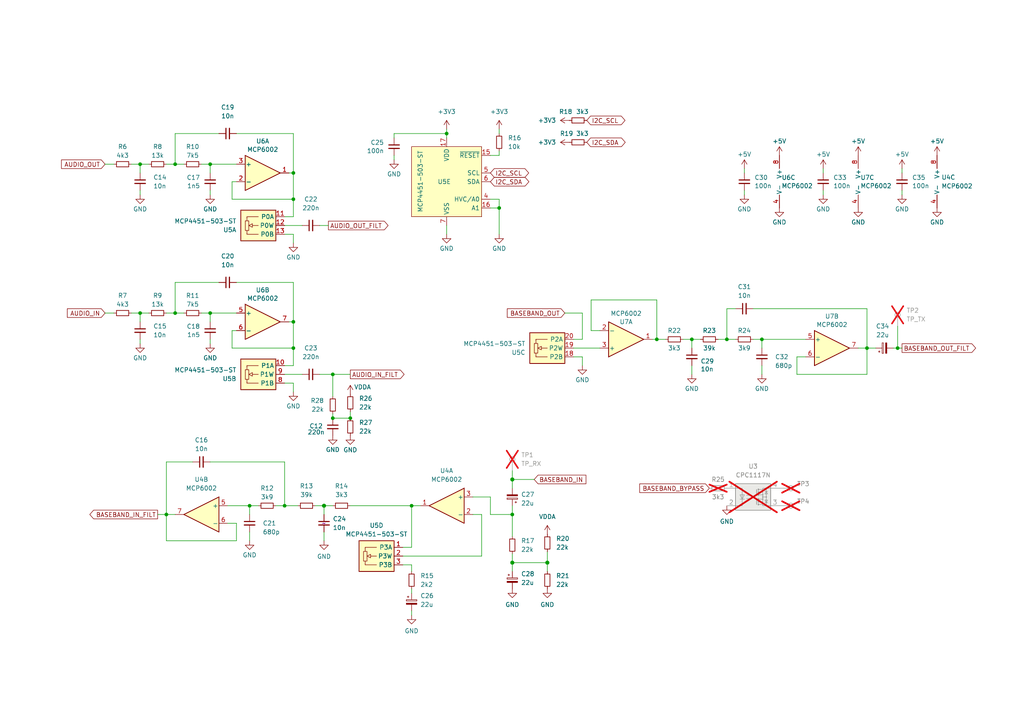
<source format=kicad_sch>
(kicad_sch (version 20231120) (generator "eeschema") (generator_version "8.0")
  (paper "A4")
  (title_block (title "Micro17 - OpenRTX on a Module for ICOM radios") (date "06.03.2024") (rev "A") (company "Wojciech SP5WWP, Mano ON6RF, Mutlu TA1MD et al.") (comment 1 "M17 Project, OpenRTX"))
  (lib_symbols
    (symbol "Amplifier_Operational:MCP6002-xMC" (pin_names (offset 0.127))
      (property "Reference" "U" (at 0 5.08 0))
      (property "Value" "MCP6002-xMC" (at 0 -5.08 0))
      (symbol "MCP6002-xMC_1_1"
        (pin output line (at 7.62 0 180) (length 2.54) (name "~") (number "1"))
        (pin input line (at -7.62 -2.54 0) (length 2.54) (name "-") (number "2"))
        (pin input line (at -7.62 2.54 0) (length 2.54) (name "+") (number "3"))
      )
      (symbol "MCP6002-xMC_2_1"
        (pin input line (at -7.62 2.54 0) (length 2.54) (name "+") (number "5"))
        (pin input line (at -7.62 -2.54 0) (length 2.54) (name "-") (number "6"))
        (pin output line (at 7.62 0 180) (length 2.54) (name "~") (number "7"))
      )
      (symbol "MCP6002-xMC_3_1"
        (pin power_in line (at -2.54 -7.62 90) (length 3.81) (name "V-") (number "4"))
        (pin power_in line (at -2.54 7.62 270) (length 3.81) (name "V+") (number "8"))
        (pin passive line (at -2.54 -7.62 90) (length 3.81) hide (name "V-") (number "9"))
      )
    )
    (symbol "Connector:TestPoint" (pin_numbers hide) (pin_names (offset 0.762) hide)
      (property "Reference" "TP" (at 0 6.858 0))
      (property "Value" "TestPoint" (at 0 5.08 0))
      (symbol "TestPoint_1_1"
        (pin passive line (at 0 0 90) (length 2.54) (name "1") (number "1"))
      )
    )
    (symbol "Device:C_Polarized_Small" (pin_numbers hide) (pin_names (offset 0.254) hide)
      (property "Reference" "C" (at 0.254 1.778 0))
      (property "Value" "C_Polarized_Small" (at 0.254 -2.032 0))
      (symbol "C_Polarized_Small_1_1"
        (pin passive line (at 0 2.54 270) (length 1.8542) (name "~") (number "1"))
        (pin passive line (at 0 -2.54 90) (length 1.8542) (name "~") (number "2"))
      )
    )
    (symbol "Device:C_Small" (pin_numbers hide) (pin_names (offset 0.254) hide)
      (property "Reference" "C" (at 0.254 1.778 0))
      (property "Value" "C_Small" (at 0.254 -2.032 0))
      (symbol "C_Small_1_1"
        (pin passive line (at 0 2.54 270) (length 2.032) (name "~") (number "1"))
        (pin passive line (at 0 -2.54 90) (length 2.032) (name "~") (number "2"))
      )
    )
    (symbol "Device:R_Small" (pin_numbers hide) (pin_names (offset 0.254) hide)
      (property "Reference" "R" (at 0.762 0.508 0))
      (property "Value" "R_Small" (at 0.762 -1.016 0))
      (symbol "R_Small_1_1"
        (pin passive line (at 0 2.54 270) (length 0.762) (name "~") (number "1"))
        (pin passive line (at 0 -2.54 90) (length 0.762) (name "~") (number "2"))
      )
    )
    (symbol "Potentiometer_Digital:MCP4451-xxxx-ST"
      (property "Reference" "U" (at -8.89 11.43 0))
      (property "Value" "MCP4451-xxxx-ST" (at 10.16 -11.43 0))
      (symbol "MCP4451-xxxx-ST_1_1"
        (pin passive line (at -7.62 -2.54 0) (length 2.54) (name "P0A") (number "11"))
        (pin passive line (at -7.62 0 0) (length 2.54) (name "P0W") (number "12"))
        (pin passive line (at -7.62 2.54 0) (length 2.54) (name "P0B") (number "13"))
      )
      (symbol "MCP4451-xxxx-ST_2_1"
        (pin passive line (at -7.62 -2.54 0) (length 2.54) (name "P1A") (number "10"))
        (pin passive line (at -7.62 2.54 0) (length 2.54) (name "P1B") (number "8"))
        (pin passive line (at -7.62 0 0) (length 2.54) (name "P1W") (number "9"))
      )
      (symbol "MCP4451-xxxx-ST_3_1"
        (pin passive line (at -7.62 2.54 0) (length 2.54) (name "P2B") (number "18"))
        (pin passive line (at -7.62 0 0) (length 2.54) (name "P2W") (number "19"))
        (pin passive line (at -7.62 -2.54 0) (length 2.54) (name "P2A") (number "20"))
      )
      (symbol "MCP4451-xxxx-ST_4_1"
        (pin passive line (at -7.62 -2.54 0) (length 2.54) (name "P3A") (number "1"))
        (pin passive line (at -7.62 0 0) (length 2.54) (name "P3W") (number "2"))
        (pin passive line (at -7.62 2.54 0) (length 2.54) (name "P3B") (number "3"))
      )
      (symbol "MCP4451-xxxx-ST_5_1"
        (pin no_connect line (at -10.16 -2.54 0) (length 2.54) hide (name "NC") (number "14"))
        (pin input line (at -12.7 7.62 0) (length 2.54) (name "~{RESET}") (number "15"))
        (pin input line (at -12.7 -7.62 0) (length 2.54) (name "A1") (number "16"))
        (pin power_in line (at 0 12.7 270) (length 2.54) (name "VDD") (number "17"))
        (pin input line (at -12.7 -5.08 0) (length 2.54) (name "HVC/A0") (number "4"))
        (pin input line (at -12.7 2.54 0) (length 2.54) (name "SCL") (number "5"))
        (pin bidirectional line (at -12.7 0 0) (length 2.54) (name "SDA") (number "6"))
        (pin power_in line (at 0 -12.7 90) (length 2.54) (name "VSS") (number "7"))
      )
    )
    (symbol "Relay_SolidState:CPC1117N"
      (property "Reference" "U" (at -5.08 5.08 0))
      (property "Value" "CPC1117N" (at 0 5.08 0))
      (symbol "CPC1117N_1_1"
        (pin passive line (at -7.62 2.54 0) (length 2.54) (name "~") (number "1"))
        (pin passive line (at -7.62 -2.54 0) (length 2.54) (name "~") (number "2"))
        (pin passive line (at 7.62 -2.54 180) (length 2.54) (name "~") (number "3"))
        (pin passive line (at 7.62 2.54 180) (length 2.54) (name "~") (number "4"))
      )
    )
    (symbol "power:+3V3" (power) (pin_names (offset 0))
      (property "Value" "+3V3" (at 0 3.556 0))
      (symbol "+3V3_1_1"
        (pin power_in line (at 0 0 90) (length 0) hide (name "+3V3") (number "1"))
      )
    )
    (symbol "power:+5V" (power) (pin_names (offset 0))
      (property "Value" "+5V" (at 0 3.556 0))
      (symbol "+5V_1_1"
        (pin power_in line (at 0 0 90) (length 0) hide (name "+5V") (number "1"))
      )
    )
    (symbol "power:GND" (power) (pin_names (offset 0))
      (property "Value" "GND" (at 0 -3.81 0))
      (symbol "GND_1_1"
        (pin power_in line (at 0 0 270) (length 0) hide (name "GND") (number "1"))
      )
    )
    (symbol "power:VDDA" (power) (pin_numbers hide) (pin_names (offset 0) hide)
      (property "Value" "VDDA" (at 0 3.556 0))
      (symbol "VDDA_1_1"
        (pin power_in line (at 0 0 90) (length 0) (name "~") (number "1"))
      )
    )
  )
  (junction (at 101.6 121.285))
  (junction (at 220.98 98.425))
  (junction (at 50.8 47.625))
  (junction (at 40.64 47.625))
  (junction (at 60.96 47.625))
  (junction (at 200.66 98.425))
  (junction (at 85.09 100.965))
  (junction (at 260.35 100.965))
  (junction (at 158.75 163.195) (diameter 1.016))
  (junction (at 85.09 57.785))
  (junction (at 96.52 108.585))
  (junction (at 60.96 90.805))
  (junction (at 251.46 100.965))
  (junction (at 129.54 38.735))
  (junction (at 85.09 93.345))
  (junction (at 144.78 60.325))
  (junction (at 96.52 121.285))
  (junction (at 210.82 98.425))
  (junction (at 148.59 163.195) (diameter 1.016))
  (junction (at 48.26 149.225))
  (junction (at 190.5 98.425))
  (junction (at 82.55 146.685))
  (junction (at 119.38 146.685))
  (junction (at 148.59 139.065) (diameter 1.016))
  (junction (at 93.98 146.685) (diameter 1.016))
  (junction (at 50.8 90.805))
  (junction (at 40.64 90.805))
  (junction (at 148.59 149.225))
  (junction (at 85.09 50.165))
  (junction (at 72.39 146.685))
  (wire (pts (xy 82.55 67.945) (xy 85.09 67.945)))
  (wire (pts (xy 68.58 38.735) (xy 85.09 38.735)))
  (wire (pts (xy 67.31 52.705) (xy 67.31 57.785)))
  (wire (pts (xy 93.98 146.685) (xy 96.52 146.685)))
  (wire (pts (xy 210.82 98.425) (xy 210.82 89.535)))
  (wire (pts (xy 85.09 111.125) (xy 85.09 113.665)))
  (wire (pts (xy 158.75 160.02) (xy 158.75 163.195)))
  (wire (pts (xy 30.48 90.805) (xy 33.02 90.805)))
  (wire (pts (xy 215.9 55.245) (xy 215.9 56.515)))
  (wire (pts (xy 144.78 43.815) (xy 144.78 45.085)))
  (wire (pts (xy 60.96 90.805) (xy 68.58 90.805)))
  (wire (pts (xy 48.26 156.845) (xy 48.26 149.225)))
  (wire (pts (xy 40.64 47.625) (xy 40.64 50.165)))
  (wire (pts (xy 139.7 161.29) (xy 116.84 161.29)))
  (wire (pts (xy 198.12 98.425) (xy 200.66 98.425)))
  (wire (pts (xy 142.24 149.225) (xy 148.59 149.225)))
  (wire (pts (xy 82.55 111.125) (xy 85.09 111.125)))
  (wire (pts (xy 200.66 106.045) (xy 200.66 108.585)))
  (wire (pts (xy 166.37 98.425) (xy 168.91 98.425)))
  (wire (pts (xy 92.71 65.405) (xy 95.25 65.405)))
  (wire (pts (xy 85.09 100.965) (xy 85.09 106.045)))
  (wire (pts (xy 82.55 133.985) (xy 82.55 146.685)))
  (wire (pts (xy 92.71 108.585) (xy 96.52 108.585)))
  (wire (pts (xy 231.14 103.505) (xy 231.14 108.585)))
  (wire (pts (xy 48.26 149.225) (xy 50.8 149.225)))
  (wire (pts (xy 60.96 47.625) (xy 60.96 50.165)))
  (wire (pts (xy 171.45 95.885) (xy 173.99 95.885)))
  (wire (pts (xy 82.55 106.045) (xy 85.09 106.045)))
  (wire (pts (xy 168.91 98.425) (xy 168.91 90.805)))
  (wire (pts (xy 119.38 170.815) (xy 119.38 172.085)))
  (wire (pts (xy 91.44 146.685) (xy 93.98 146.685)))
  (wire (pts (xy 218.44 98.425) (xy 220.98 98.425)))
  (wire (pts (xy 82.55 146.685) (xy 86.36 146.685)))
  (wire (pts (xy 85.09 38.735) (xy 85.09 50.165)))
  (wire (pts (xy 40.64 90.805) (xy 40.64 93.345)))
  (wire (pts (xy 66.04 151.765) (xy 68.58 151.765)))
  (wire (pts (xy 215.9 48.895) (xy 215.9 50.165)))
  (wire (pts (xy 60.96 47.625) (xy 68.58 47.625)))
  (wire (pts (xy 259.08 100.965) (xy 260.35 100.965)))
  (wire (pts (xy 96.52 121.285) (xy 101.6 121.285)))
  (wire (pts (xy 148.59 136.525) (xy 148.59 139.065)))
  (wire (pts (xy 238.76 55.245) (xy 238.76 56.515)))
  (wire (pts (xy 48.26 90.805) (xy 50.8 90.805)))
  (wire (pts (xy 171.45 86.995) (xy 171.45 95.885)))
  (wire (pts (xy 72.39 146.685) (xy 72.39 149.225)))
  (wire (pts (xy 93.98 154.305) (xy 93.98 156.845)))
  (wire (pts (xy 80.01 146.685) (xy 82.55 146.685)))
  (wire (pts (xy 139.7 149.225) (xy 137.16 149.225)))
  (wire (pts (xy 40.64 55.245) (xy 40.64 56.515)))
  (wire (pts (xy 82.55 108.585) (xy 87.63 108.585)))
  (wire (pts (xy 50.8 38.735) (xy 63.5 38.735)))
  (wire (pts (xy 190.5 98.425) (xy 190.5 86.995)))
  (wire (pts (xy 144.78 60.325) (xy 144.78 67.945)))
  (wire (pts (xy 67.31 57.785) (xy 85.09 57.785)))
  (wire (pts (xy 48.26 47.625) (xy 50.8 47.625)))
  (wire (pts (xy 85.09 57.785) (xy 85.09 62.865)))
  (wire (pts (xy 261.62 48.895) (xy 261.62 50.165)))
  (wire (pts (xy 48.26 133.985) (xy 55.88 133.985)))
  (wire (pts (xy 190.5 86.995) (xy 171.45 86.995)))
  (wire (pts (xy 85.09 100.965) (xy 85.09 93.345)))
  (wire (pts (xy 85.09 67.945) (xy 85.09 70.485)))
  (wire (pts (xy 68.58 81.915) (xy 85.09 81.915)))
  (wire (pts (xy 45.72 149.225) (xy 48.26 149.225)))
  (wire (pts (xy 129.54 38.735) (xy 129.54 40.005)))
  (wire (pts (xy 220.98 106.045) (xy 220.98 108.585)))
  (wire (pts (xy 190.5 98.425) (xy 189.23 98.425)))
  (wire (pts (xy 142.24 45.085) (xy 144.78 45.085)))
  (wire (pts (xy 142.24 144.145) (xy 142.24 149.225)))
  (wire (pts (xy 137.16 144.145) (xy 142.24 144.145)))
  (wire (pts (xy 60.96 133.985) (xy 82.55 133.985)))
  (wire (pts (xy 148.59 141.605) (xy 148.59 139.065)))
  (wire (pts (xy 50.8 90.805) (xy 53.34 90.805)))
  (wire (pts (xy 168.91 103.505) (xy 168.91 106.045)))
  (wire (pts (xy 67.31 100.965) (xy 85.09 100.965)))
  (wire (pts (xy 93.98 146.685) (xy 93.98 149.225)))
  (wire (pts (xy 85.09 93.345) (xy 83.82 93.345)))
  (wire (pts (xy 66.04 146.685) (xy 72.39 146.685)))
  (wire (pts (xy 58.42 90.805) (xy 60.96 90.805)))
  (wire (pts (xy 166.37 100.965) (xy 173.99 100.965)))
  (wire (pts (xy 148.59 149.225) (xy 148.59 146.685)))
  (wire (pts (xy 40.64 98.425) (xy 40.64 99.695)))
  (wire (pts (xy 200.66 98.425) (xy 200.66 100.965)))
  (wire (pts (xy 220.98 98.425) (xy 233.68 98.425)))
  (wire (pts (xy 142.24 57.785) (xy 144.78 57.785)))
  (wire (pts (xy 60.96 90.805) (xy 60.96 93.345)))
  (wire (pts (xy 114.3 38.735) (xy 114.3 40.005)))
  (wire (pts (xy 231.14 108.585) (xy 251.46 108.585)))
  (wire (pts (xy 251.46 100.965) (xy 248.92 100.965)))
  (wire (pts (xy 68.58 52.705) (xy 67.31 52.705)))
  (wire (pts (xy 119.38 163.83) (xy 119.38 165.735)))
  (wire (pts (xy 50.8 81.915) (xy 63.5 81.915)))
  (wire (pts (xy 251.46 108.585) (xy 251.46 100.965)))
  (wire (pts (xy 260.35 94.615) (xy 260.35 100.965)))
  (wire (pts (xy 116.84 163.83) (xy 119.38 163.83)))
  (wire (pts (xy 96.52 108.585) (xy 96.52 114.935)))
  (wire (pts (xy 67.31 95.885) (xy 67.31 100.965)))
  (wire (pts (xy 114.3 38.735) (xy 129.54 38.735)))
  (wire (pts (xy 82.55 65.405) (xy 87.63 65.405)))
  (wire (pts (xy 96.52 120.015) (xy 96.52 121.285)))
  (wire (pts (xy 119.38 177.165) (xy 119.38 178.435)))
  (wire (pts (xy 251.46 100.965) (xy 254 100.965)))
  (wire (pts (xy 30.48 47.625) (xy 33.02 47.625)))
  (wire (pts (xy 60.96 55.245) (xy 60.96 56.515)))
  (wire (pts (xy 260.35 100.965) (xy 261.62 100.965)))
  (wire (pts (xy 82.55 62.865) (xy 85.09 62.865)))
  (wire (pts (xy 48.26 149.225) (xy 48.26 133.985)))
  (wire (pts (xy 40.64 47.625) (xy 43.18 47.625)))
  (wire (pts (xy 114.3 45.085) (xy 114.3 46.355)))
  (wire (pts (xy 139.7 149.225) (xy 139.7 161.29)))
  (wire (pts (xy 158.75 163.195) (xy 158.75 165.735)))
  (wire (pts (xy 142.24 60.325) (xy 144.78 60.325)))
  (wire (pts (xy 40.64 90.805) (xy 43.18 90.805)))
  (wire (pts (xy 50.8 47.625) (xy 53.34 47.625)))
  (wire (pts (xy 72.39 154.305) (xy 72.39 156.845)))
  (wire (pts (xy 208.28 98.425) (xy 210.82 98.425)))
  (wire (pts (xy 96.52 108.585) (xy 101.6 108.585)))
  (wire (pts (xy 148.59 149.225) (xy 148.59 155.575)))
  (wire (pts (xy 38.1 90.805) (xy 40.64 90.805)))
  (wire (pts (xy 144.78 37.465) (xy 144.78 38.735)))
  (wire (pts (xy 129.54 65.405) (xy 129.54 67.945)))
  (wire (pts (xy 144.78 57.785) (xy 144.78 60.325)))
  (wire (pts (xy 148.59 139.065) (xy 154.94 139.065)))
  (wire (pts (xy 68.58 151.765) (xy 68.58 156.845)))
  (wire (pts (xy 148.59 163.195) (xy 158.75 163.195)))
  (wire (pts (xy 72.39 146.685) (xy 74.93 146.685)))
  (wire (pts (xy 190.5 98.425) (xy 193.04 98.425)))
  (wire (pts (xy 238.76 48.895) (xy 238.76 50.165)))
  (wire (pts (xy 218.44 89.535) (xy 251.46 89.535)))
  (wire (pts (xy 58.42 47.625) (xy 60.96 47.625)))
  (wire (pts (xy 210.82 89.535) (xy 213.36 89.535)))
  (wire (pts (xy 163.83 90.805) (xy 168.91 90.805)))
  (wire (pts (xy 116.84 158.75) (xy 119.38 158.75)))
  (wire (pts (xy 85.09 50.165) (xy 83.82 50.165)))
  (wire (pts (xy 200.66 98.425) (xy 203.2 98.425)))
  (wire (pts (xy 85.09 81.915) (xy 85.09 93.345)))
  (wire (pts (xy 129.54 37.465) (xy 129.54 38.735)))
  (wire (pts (xy 166.37 103.505) (xy 168.91 103.505)))
  (wire (pts (xy 148.59 160.655) (xy 148.59 163.195)))
  (wire (pts (xy 50.8 38.735) (xy 50.8 47.625)))
  (wire (pts (xy 101.6 119.38) (xy 101.6 121.285)))
  (wire (pts (xy 101.6 146.685) (xy 119.38 146.685)))
  (wire (pts (xy 60.96 98.425) (xy 60.96 99.695)))
  (wire (pts (xy 148.59 163.195) (xy 148.59 165.735)))
  (wire (pts (xy 210.82 98.425) (xy 213.36 98.425)))
  (wire (pts (xy 68.58 95.885) (xy 67.31 95.885)))
  (wire (pts (xy 85.09 57.785) (xy 85.09 50.165)))
  (wire (pts (xy 119.38 146.685) (xy 121.92 146.685)))
  (wire (pts (xy 119.38 146.685) (xy 119.38 158.75)))
  (wire (pts (xy 261.62 55.245) (xy 261.62 56.515)))
  (wire (pts (xy 220.98 98.425) (xy 220.98 100.965)))
  (wire (pts (xy 233.68 103.505) (xy 231.14 103.505)))
  (wire (pts (xy 38.1 47.625) (xy 40.64 47.625)))
  (wire (pts (xy 251.46 89.535) (xy 251.46 100.965)))
  (wire (pts (xy 50.8 81.915) (xy 50.8 90.805)))
  (wire (pts (xy 68.58 156.845) (xy 48.26 156.845)))
  (global_label "I2C_SCL" (shape bidirectional) (at 142.24 50.165 0) (property "Intersheetrefs" "${INTERSHEET_REFS}" (effects (hide yes))))
  (global_label "BASEBAND_BYPASS" (shape input) (at 205.74 141.605 180) (property "Intersheetrefs" "${INTERSHEET_REFS}" (effects (hide yes))))
  (global_label "I2C_SDA" (shape bidirectional) (at 170.18 41.275 0) (property "Intersheetrefs" "${INTERSHEET_REFS}" (effects (hide yes))))
  (global_label "BASEBAND_IN_FILT" (shape output) (at 45.72 149.225 180) (property "Intersheetrefs" "${INTERSHEET_REFS}" (effects (hide yes))))
  (global_label "BASEBAND_IN" (shape input) (at 154.94 139.065 0) (property "Intersheetrefs" "${INTERSHEET_REFS}" (effects (hide yes))))
  (global_label "AUDIO_IN" (shape input) (at 30.48 90.805 180) (property "Intersheetrefs" "${INTERSHEET_REFS}" (effects (hide yes))))
  (global_label "AUDIO_IN_FILT" (shape output) (at 101.6 108.585 0) (property "Intersheetrefs" "${INTERSHEET_REFS}" (effects (hide yes))))
  (global_label "I2C_SCL" (shape bidirectional) (at 170.18 34.925 0) (property "Intersheetrefs" "${INTERSHEET_REFS}" (effects (hide yes))))
  (global_label "BASEBAND_OUT_FILT" (shape output) (at 261.62 100.965 0) (property "Intersheetrefs" "${INTERSHEET_REFS}" (effects (hide yes))))
  (global_label "AUDIO_OUT_FILT" (shape output) (at 95.25 65.405 0) (property "Intersheetrefs" "${INTERSHEET_REFS}" (effects (hide yes))))
  (global_label "AUDIO_OUT" (shape input) (at 30.48 47.625 180) (property "Intersheetrefs" "${INTERSHEET_REFS}" (effects (hide yes))))
  (global_label "I2C_SDA" (shape bidirectional) (at 142.24 52.705 0) (property "Intersheetrefs" "${INTERSHEET_REFS}" (effects (hide yes))))
  (global_label "BASEBAND_OUT" (shape input) (at 163.83 90.805 180) (property "Intersheetrefs" "${INTERSHEET_REFS}" (effects (hide yes))))
  (symbol (lib_id "Amplifier_Operational:MCP6002-xMC") (at 76.2 93.345 0) (unit 2)
    (property "Reference" "U6" (at 76.2 84.1207 0))
    (property "Value" "MCP6002" (at 76.2 86.5449 0))
    (property "Footprint" "Package_DFN_QFN:DFN-8-1EP_3x2mm_P0.5mm_EP1.75x1.45mm" (effects (hide yes)))
    (property "Datasheet" "http://ww1.microchip.com/downloads/en/DeviceDoc/21733j.pdf" (effects (hide yes)))
    (property "MPN" "C623660" (effects (hide yes)))
    (property "LCSC" "C623660" (effects (hide yes)))
  )
  (symbol (lib_id "Amplifier_Operational:MCP6002-xMC") (at 181.61 98.425 0) (mirror x) (unit 1)
    (property "Reference" "U7" (at 181.61 93.345 0))
    (property "Value" "MCP6002" (at 181.61 90.9208 0))
    (property "Footprint" "Package_DFN_QFN:DFN-8-1EP_3x2mm_P0.5mm_EP1.75x1.45mm" (effects (hide yes)))
    (property "Datasheet" "http://ww1.microchip.com/downloads/en/DeviceDoc/21733j.pdf" (effects (hide yes)))
    (property "MPN" "C623660" (effects (hide yes)))
    (property "LCSC" "C623660" (effects (hide yes)))
  )
  (symbol (lib_id "Device:R_Small") (at 119.38 168.275 0) (unit 1)
    (property "Reference" "R15" (at 121.92 167.005 0) (effects (justify left)))
    (property "Value" "2k2" (at 121.92 169.545 0) (effects (justify left)))
    (property "Footprint" "Resistor_SMD:R_0402_1005Metric" (effects (hide yes)))
    (property "MPN" "C102890" (effects (hide yes)))
    (property "LCSC" "C102890" (effects (hide yes)))
  )
  (symbol (lib_id "Device:C_Small") (at 261.62 52.705 0) (unit 1)
    (property "Reference" "C35" (at 264.541 51.4929 0) (effects (justify left)))
    (property "Value" "100n" (at 264.541 53.9171 0) (effects (justify left)))
    (property "Footprint" "Capacitor_SMD:C_0402_1005Metric" (effects (hide yes)))
    (property "MPN" "C56392" (effects (hide yes)))
    (property "LCSC" "C56392" (effects (hide yes)))
  )
  (symbol (lib_id "power:GND") (at 238.76 56.515 0) (unit 1)
    (property "Reference" "#PWR055" (effects (hide yes)))
    (property "Value" "GND" (at 238.76 60.6481 0))
  )
  (symbol (lib_id "Device:C_Polarized_Small") (at 119.38 174.625 0) (unit 1)
    (property "Reference" "C26" (at 121.92 172.8089 0) (effects (justify left)))
    (property "Value" "22u" (at 121.92 175.3489 0) (effects (justify left)))
    (property "Footprint" "Capacitor_Tantalum_SMD:CP_EIA-3216-18_Kemet-A" (effects (hide yes)))
    (property "MPN" "C118989" (effects (hide yes)))
    (property "LCSC" "C118989" (effects (hide yes)))
  )
  (symbol (lib_id "Amplifier_Operational:MCP6002-xMC") (at 228.6 52.705 0) (unit 3)
    (property "Reference" "U6" (at 226.695 51.4929 0) (effects (justify left)))
    (property "Value" "MCP6002" (at 226.695 53.9171 0) (effects (justify left)))
    (property "Footprint" "Package_DFN_QFN:DFN-8-1EP_3x2mm_P0.5mm_EP1.75x1.45mm" (effects (hide yes)))
    (property "Datasheet" "http://ww1.microchip.com/downloads/en/DeviceDoc/21733j.pdf" (effects (hide yes)))
    (property "MPN" "C623660" (effects (hide yes)))
    (property "LCSC" "C623660" (effects (hide yes)))
  )
  (symbol (lib_id "power:+5V") (at 215.9 48.895 0) (unit 1)
    (property "Reference" "#PWR049" (effects (hide yes)))
    (property "Value" "+5V" (at 215.9 44.7619 0))
  )
  (symbol (lib_id "Device:C_Polarized_Small") (at 148.59 144.145 180) (unit 1)
    (property "Reference" "C27" (at 151.13 143.4211 0) (effects (justify right)))
    (property "Value" "22u" (at 151.13 145.9611 0) (effects (justify right)))
    (property "Footprint" "Capacitor_Tantalum_SMD:CP_EIA-3216-18_Kemet-A" (effects (hide yes)))
    (property "MPN" "C118989" (effects (hide yes)))
    (property "LCSC" "C118989" (effects (hide yes)))
  )
  (symbol (lib_id "Device:R_Small") (at 167.64 34.925 90) (unit 1)
    (property "Reference" "R18" (at 164.084 32.385 90))
    (property "Value" "3k3" (at 168.91 32.385 90))
    (property "Footprint" "Resistor_SMD:R_0402_1005Metric" (effects (hide yes)))
    (property "MPN" "C25890" (effects (hide yes)))
    (property "LCSC" "C25890" (effects (hide yes)))
  )
  (symbol (lib_id "Device:C_Small") (at 66.04 81.915 90) (mirror x) (unit 1)
    (property "Reference" "C20" (at 66.04 74.295 90))
    (property "Value" "10n" (at 66.04 76.835 90))
    (property "Footprint" "Capacitor_SMD:C_0402_1005Metric" (effects (hide yes)))
    (property "MPN" "C60133" (effects (hide yes)))
    (property "LCSC" "C60133" (effects (hide yes)))
  )
  (symbol (lib_id "power:GND") (at 220.98 108.585 0) (unit 1)
    (property "Reference" "#PWR051" (effects (hide yes)))
    (property "Value" "GND" (at 220.98 112.7181 0))
  )
  (symbol (lib_id "Relay_SolidState:CPC1117N") (at 218.44 144.145 0) (unit 1) (in_bom no) (dnp yes)
    (property "Reference" "U3" (at 218.44 135.255 0))
    (property "Value" "CPC1117N" (at 218.44 137.795 0))
    (property "Footprint" "Package_SO:SOP-4_3.8x4.1mm_P2.54mm" (effects (hide yes)))
    (property "Datasheet" "http://www.ixysic.com/home/pdfs.nsf/www/CPC1117N.pdf/$file/CPC1117N.pdf" (effects (hide yes)))
    (property "Description" "Form B, Solid State Relay (Photo MOSFET) 60V, 0.15A, 16Ohm, SO-4" (effects (hide yes)))
  )
  (symbol (lib_id "power:+5V") (at 226.06 45.085 0) (unit 1)
    (property "Reference" "#PWR052" (effects (hide yes)))
    (property "Value" "+5V" (at 226.06 40.9519 0))
  )
  (symbol (lib_id "Device:R_Small") (at 205.74 98.425 90) (unit 1)
    (property "Reference" "R23" (at 205.74 95.885 90))
    (property "Value" "39k" (at 205.74 100.965 90))
    (property "Footprint" "Resistor_SMD:R_0402_1005Metric" (effects (hide yes)))
    (property "MPN" "C25783" (effects (hide yes)))
    (property "LCSC" "C25783" (effects (hide yes)))
  )
  (symbol (lib_id "power:+5V") (at 271.78 45.085 0) (unit 1)
    (property "Reference" "#PWR060" (effects (hide yes)))
    (property "Value" "+5V" (at 271.78 40.9519 0))
  )
  (symbol (lib_id "Device:R_Small") (at 35.56 47.625 90) (unit 1)
    (property "Reference" "R6" (at 35.56 42.545 90))
    (property "Value" "4k3" (at 35.56 45.085 90))
    (property "Footprint" "Resistor_SMD:R_0402_1005Metric" (effects (hide yes)))
    (property "MPN" "C25899" (effects (hide yes)))
    (property "LCSC" "C25899" (effects (hide yes)))
  )
  (symbol (lib_id "power:GND") (at 226.06 60.325 0) (unit 1)
    (property "Reference" "#PWR053" (effects (hide yes)))
    (property "Value" "GND" (at 226.06 64.4581 0))
  )
  (symbol (lib_id "Amplifier_Operational:MCP6002-xMC") (at 251.46 52.705 0) (unit 3)
    (property "Reference" "U7" (at 249.555 51.4929 0) (effects (justify left)))
    (property "Value" "MCP6002" (at 249.555 53.9171 0) (effects (justify left)))
    (property "Footprint" "Package_DFN_QFN:DFN-8-1EP_3x2mm_P0.5mm_EP1.75x1.45mm" (effects (hide yes)))
    (property "Datasheet" "http://ww1.microchip.com/downloads/en/DeviceDoc/21733j.pdf" (effects (hide yes)))
    (property "MPN" "C623660" (effects (hide yes)))
    (property "LCSC" "C623660" (effects (hide yes)))
  )
  (symbol (lib_id "power:+5V") (at 238.76 48.895 0) (unit 1)
    (property "Reference" "#PWR054" (effects (hide yes)))
    (property "Value" "+5V" (at 238.76 44.7619 0))
  )
  (symbol (lib_id "Potentiometer_Digital:MCP4451-xxxx-ST") (at 158.75 100.965 180) (unit 3)
    (property "Reference" "U5" (at 152.4 102.235 0) (effects (justify left)))
    (property "Value" "MCP4451-503-ST" (at 152.4 99.695 0) (effects (justify left)))
    (property "Footprint" "Package_SO:TSSOP-20_4.4x6.5mm_P0.65mm" (effects (hide yes)))
    (property "Datasheet" "https://ww1.microchip.com/downloads/en/DeviceDoc/22267A_MCP4431.pdf" (effects (hide yes)))
    (property "LCSC" "C627257" (effects (hide yes)))
    (property "MPN" "C627257" (effects (hide yes)))
  )
  (symbol (lib_id "Device:C_Small") (at 60.96 95.885 0) (mirror y) (unit 1)
    (property "Reference" "C18" (at 58.039 94.6729 0) (effects (justify left)))
    (property "Value" "1n5" (at 58.039 97.0971 0) (effects (justify left)))
    (property "Footprint" "Capacitor_SMD:C_0402_1005Metric" (effects (hide yes)))
    (property "MPN" "C284989" (effects (hide yes)))
    (property "LCSC" "C284989" (effects (hide yes)))
  )
  (symbol (lib_id "Amplifier_Operational:MCP6002-xMC") (at 76.2 50.165 0) (unit 1)
    (property "Reference" "U6" (at 76.2 40.9407 0))
    (property "Value" "MCP6002" (at 76.2 43.3649 0))
    (property "Footprint" "Package_DFN_QFN:DFN-8-1EP_3x2mm_P0.5mm_EP1.75x1.45mm" (effects (hide yes)))
    (property "Datasheet" "http://ww1.microchip.com/downloads/en/DeviceDoc/21733j.pdf" (effects (hide yes)))
    (property "MPN" "C623660" (effects (hide yes)))
    (property "LCSC" "C623660" (effects (hide yes)))
  )
  (symbol (lib_id "power:+3V3") (at 165.1 34.925 90) (unit 1)
    (property "Reference" "#PWR044" (effects (hide yes)))
    (property "Value" "+3V3" (at 161.29 34.9249 90) (effects (justify left)))
  )
  (symbol (lib_id "power:GND") (at 158.75 170.815 0) (unit 1)
    (property "Reference" "#PWR046" (effects (hide yes)))
    (property "Value" "GND" (at 158.75 175.3776 0))
  )
  (symbol (lib_id "power:GND") (at 148.59 170.815 0) (unit 1)
    (property "Reference" "#PWR043" (effects (hide yes)))
    (property "Value" "GND" (at 148.59 175.3776 0))
  )
  (symbol (lib_id "power:GND") (at 129.54 67.945 0) (unit 1)
    (property "Reference" "#PWR040" (effects (hide yes)))
    (property "Value" "GND" (at 129.54 72.0781 0))
  )
  (symbol (lib_id "Device:C_Small") (at 90.17 108.585 90) (unit 1)
    (property "Reference" "C23" (at 90.17 100.965 90))
    (property "Value" "220n" (at 90.17 103.505 90))
    (property "Footprint" "Capacitor_SMD:C_0402_1005Metric" (effects (hide yes)))
    (property "MPN" "C192432" (effects (hide yes)))
    (property "LCSC" "C192432" (effects (hide yes)))
  )
  (symbol (lib_id "Device:C_Polarized_Small") (at 256.54 100.965 90) (unit 1)
    (property "Reference" "C34" (at 255.9939 94.615 90))
    (property "Value" "22u" (at 255.9939 97.155 90))
    (property "Footprint" "Capacitor_Tantalum_SMD:CP_EIA-3216-18_Kemet-A" (effects (hide yes)))
    (property "LCSC" "C118989" (effects (hide yes)))
    (property "MPN" "C118989" (effects (hide yes)))
  )
  (symbol (lib_id "power:+5V") (at 261.62 48.895 0) (unit 1)
    (property "Reference" "#PWR058" (effects (hide yes)))
    (property "Value" "+5V" (at 261.62 44.7619 0))
  )
  (symbol (lib_id "Device:R_Small") (at 195.58 98.425 90) (unit 1)
    (property "Reference" "R22" (at 195.58 95.885 90))
    (property "Value" "3k3" (at 195.58 100.965 90))
    (property "Footprint" "Resistor_SMD:R_0402_1005Metric" (effects (hide yes)))
    (property "MPN" "C25890" (effects (hide yes)))
    (property "LCSC" "C25890" (effects (hide yes)))
  )
  (symbol (lib_id "power:+3V3") (at 165.1 41.275 90) (unit 1)
    (property "Reference" "#PWR062" (effects (hide yes)))
    (property "Value" "+3V3" (at 161.29 41.2749 90) (effects (justify left)))
  )
  (symbol (lib_id "power:+5V") (at 248.92 45.085 0) (unit 1)
    (property "Reference" "#PWR056" (effects (hide yes)))
    (property "Value" "+5V" (at 248.92 40.9519 0))
  )
  (symbol (lib_id "Device:R_Small") (at 167.64 41.275 90) (unit 1)
    (property "Reference" "R19" (at 164.338 38.735 90))
    (property "Value" "3k3" (at 168.91 38.735 90))
    (property "Footprint" "Resistor_SMD:R_0402_1005Metric" (effects (hide yes)))
    (property "MPN" "C25890" (effects (hide yes)))
    (property "LCSC" "C25890" (effects (hide yes)))
  )
  (symbol (lib_id "Connector:TestPoint") (at 260.35 94.615 0) (unit 1) (in_bom no) (dnp yes)
    (property "Reference" "TP2" (at 262.89 90.043 0) (effects (justify left)))
    (property "Value" "TP_TX" (at 262.89 92.583 0) (effects (justify left)))
    (property "Footprint" "TestPoint:TestPoint_Pad_D1.0mm" (effects (hide yes)))
  )
  (symbol (lib_id "Device:C_Small") (at 220.98 103.505 0) (unit 1)
    (property "Reference" "C32" (at 224.79 103.505 0) (effects (justify left)))
    (property "Value" "680p" (at 224.79 106.045 0) (effects (justify left)))
    (property "Footprint" "Capacitor_SMD:C_0402_1005Metric" (effects (hide yes)))
    (property "MPN" "C1541" (effects (hide yes)))
    (property "LCSC" "C1541" (effects (hide yes)))
  )
  (symbol (lib_id "power:GND") (at 60.96 56.515 0) (unit 1)
    (property "Reference" "#PWR031" (effects (hide yes)))
    (property "Value" "GND" (at 60.96 60.6481 0))
  )
  (symbol (lib_id "Device:C_Small") (at 238.76 52.705 0) (unit 1)
    (property "Reference" "C33" (at 241.681 51.4929 0) (effects (justify left)))
    (property "Value" "100n" (at 241.681 53.9171 0) (effects (justify left)))
    (property "Footprint" "Capacitor_SMD:C_0402_1005Metric" (effects (hide yes)))
    (property "MPN" "C56392" (effects (hide yes)))
    (property "LCSC" "C56392" (effects (hide yes)))
  )
  (symbol (lib_id "Potentiometer_Digital:MCP4451-xxxx-ST") (at 129.54 52.705 0) (mirror y) (unit 5)
    (property "Reference" "U5" (at 130.81 52.705 0) (effects (justify left)))
    (property "Value" "MCP4451-503-ST" (at 121.92 61.595 90) (effects (justify left)))
    (property "Footprint" "Package_SO:TSSOP-20_4.4x6.5mm_P0.65mm" (effects (hide yes)))
    (property "Datasheet" "https://ww1.microchip.com/downloads/en/DeviceDoc/22267A_MCP4431.pdf" (effects (hide yes)))
    (property "LCSC" "C627257" (effects (hide yes)))
    (property "MPN" "C627257" (effects (hide yes)))
  )
  (symbol (lib_id "Amplifier_Operational:MCP6002-xMC") (at 58.42 149.225 0) (mirror y) (unit 2)
    (property "Reference" "U4" (at 58.42 139.065 0))
    (property "Value" "MCP6002" (at 58.42 141.605 0))
    (property "Footprint" "Package_DFN_QFN:DFN-8-1EP_3x2mm_P0.5mm_EP1.75x1.45mm" (effects (hide yes)))
    (property "Datasheet" "http://ww1.microchip.com/downloads/en/DeviceDoc/21733j.pdf" (effects (hide yes)))
    (property "LCSC" "C623660" (effects (hide yes)))
    (property "MPN" "C623660" (effects (hide yes)))
  )
  (symbol (lib_id "Device:C_Small") (at 60.96 52.705 0) (mirror y) (unit 1)
    (property "Reference" "C17" (at 58.039 51.4929 0) (effects (justify left)))
    (property "Value" "1n5" (at 58.039 53.9171 0) (effects (justify left)))
    (property "Footprint" "Capacitor_SMD:C_0402_1005Metric" (effects (hide yes)))
    (property "MPN" "C284989" (effects (hide yes)))
    (property "LCSC" "C284989" (effects (hide yes)))
  )
  (symbol (lib_id "power:GND") (at 72.39 156.845 0) (unit 1)
    (property "Reference" "#PWR033" (effects (hide yes)))
    (property "Value" "GND" (at 72.39 160.9781 0))
  )
  (symbol (lib_id "Device:C_Small") (at 114.3 42.545 0) (mirror y) (unit 1)
    (property "Reference" "C25" (at 111.379 41.3329 0) (effects (justify left)))
    (property "Value" "100n" (at 111.379 43.7571 0) (effects (justify left)))
    (property "Footprint" "Capacitor_SMD:C_0402_1005Metric" (effects (hide yes)))
    (property "MPN" "C56392" (effects (hide yes)))
    (property "LCSC" "C56392" (effects (hide yes)))
  )
  (symbol (lib_id "Device:R_Small") (at 99.06 146.685 90) (unit 1)
    (property "Reference" "R14" (at 99.06 140.97 90))
    (property "Value" "3k3" (at 99.06 143.51 90))
    (property "Footprint" "Resistor_SMD:R_0402_1005Metric" (effects (hide yes)))
    (property "MPN" "C25890" (effects (hide yes)))
    (property "LCSC" "C25890" (effects (hide yes)))
  )
  (symbol (lib_id "Connector:TestPoint") (at 226.06 141.605 270) (unit 1) (in_bom no) (dnp yes)
    (property "Reference" "TP3" (at 231.14 140.3349 90) (effects (justify left)))
    (property "Value" "GP" (effects (hide yes)))
    (property "Footprint" "TestPoint:TestPoint_Pad_D1.0mm" (effects (hide yes)))
  )
  (symbol (lib_id "power:GND") (at 215.9 56.515 0) (unit 1)
    (property "Reference" "#PWR050" (effects (hide yes)))
    (property "Value" "GND" (at 215.9 60.6481 0))
  )
  (symbol (lib_id "Device:R_Small") (at 45.72 47.625 90) (unit 1)
    (property "Reference" "R8" (at 45.72 42.545 90))
    (property "Value" "13k" (at 45.72 45.085 90))
    (property "Footprint" "Resistor_SMD:R_0402_1005Metric" (effects (hide yes)))
    (property "MPN" "C25754" (effects (hide yes)))
    (property "LCSC" "C25754" (effects (hide yes)))
  )
  (symbol (lib_id "Device:R_Small") (at 101.6 116.84 0) (unit 1)
    (property "Reference" "R26" (at 104.14 115.57 0) (effects (justify left)))
    (property "Value" "22k" (at 104.14 118.11 0) (effects (justify left)))
    (property "Footprint" "Resistor_SMD:R_0402_1005Metric" (effects (hide yes)))
    (property "MPN" "C2909337" (effects (hide yes)))
    (property "LCSC" "C2909337" (effects (hide yes)))
  )
  (symbol (lib_id "Connector:TestPoint") (at 148.59 136.525 0) (unit 1) (in_bom no) (dnp yes)
    (property "Reference" "TP1" (at 151.13 131.953 0) (effects (justify left)))
    (property "Value" "TP_RX" (at 151.13 134.493 0) (effects (justify left)))
    (property "Footprint" "TestPoint:TestPoint_Pad_D1.0mm" (effects (hide yes)))
  )
  (symbol (lib_id "Connector:TestPoint") (at 226.06 146.685 270) (unit 1) (in_bom no) (dnp yes)
    (property "Reference" "TP4" (at 231.14 145.4149 90) (effects (justify left)))
    (property "Value" "GP" (effects (hide yes)))
    (property "Footprint" "TestPoint:TestPoint_Pad_D1.0mm" (effects (hide yes)))
  )
  (symbol (lib_id "Device:C_Small") (at 93.98 151.765 0) (unit 1)
    (property "Reference" "C24" (at 96.52 150.5013 0) (effects (justify left)))
    (property "Value" "10n" (at 96.52 153.0413 0) (effects (justify left)))
    (property "Footprint" "Capacitor_SMD:C_0402_1005Metric" (effects (hide yes)))
    (property "Datasheet" "~" (at 93.98 151.765 0) (effects (font (size 1.524 1.524))))
    (property "MPN" "C60133" (effects (hide yes)))
    (property "LCSC" "C60133" (effects (hide yes)))
  )
  (symbol (lib_id "power:GND") (at 85.09 70.485 0) (unit 1)
    (property "Reference" "#PWR034" (effects (hide yes)))
    (property "Value" "GND" (at 85.09 74.6181 0))
  )
  (symbol (lib_id "power:GND") (at 248.92 60.325 0) (unit 1)
    (property "Reference" "#PWR057" (effects (hide yes)))
    (property "Value" "GND" (at 248.92 64.4581 0))
  )
  (symbol (lib_id "Device:R_Small") (at 144.78 41.275 0) (unit 1)
    (property "Reference" "R16" (at 147.32 40.005 0) (effects (justify left)))
    (property "Value" "10k" (at 147.32 42.545 0) (effects (justify left)))
    (property "Footprint" "Resistor_SMD:R_0402_1005Metric" (effects (hide yes)))
    (property "LCSC" "C102749" (effects (hide yes)))
    (property "MPN" "C102749" (effects (hide yes)))
  )
  (symbol (lib_id "power:GND") (at 261.62 56.515 0) (unit 1)
    (property "Reference" "#PWR059" (effects (hide yes)))
    (property "Value" "GND" (at 261.62 60.6481 0))
  )
  (symbol (lib_id "Device:R_Small") (at 101.6 123.825 0) (unit 1)
    (property "Reference" "R27" (at 104.14 122.555 0) (effects (justify left)))
    (property "Value" "22k" (at 104.14 125.095 0) (effects (justify left)))
    (property "Footprint" "Resistor_SMD:R_0402_1005Metric" (effects (hide yes)))
    (property "MPN" "C2909337" (effects (hide yes)))
    (property "LCSC" "C2909337" (effects (hide yes)))
  )
  (symbol (lib_id "Device:C_Small") (at 58.42 133.985 90) (unit 1)
    (property "Reference" "C16" (at 58.4263 127.635 90))
    (property "Value" "10n" (at 58.4263 130.175 90))
    (property "Footprint" "Capacitor_SMD:C_0402_1005Metric" (effects (hide yes)))
    (property "LCSC" "C60133" (effects (hide yes)))
    (property "MPN" "C60133" (effects (hide yes)))
  )
  (symbol (lib_id "Amplifier_Operational:MCP6002-xMC") (at 274.32 52.705 0) (unit 3)
    (property "Reference" "U4" (at 273.05 51.435 0) (effects (justify left)))
    (property "Value" "MCP6002" (at 273.05 53.975 0) (effects (justify left)))
    (property "Footprint" "Package_DFN_QFN:DFN-8-1EP_3x2mm_P0.5mm_EP1.75x1.45mm" (effects (hide yes)))
    (property "Datasheet" "http://ww1.microchip.com/downloads/en/DeviceDoc/21733j.pdf" (effects (hide yes)))
    (property "LCSC" "C623660" (effects (hide yes)))
    (property "MPN" "C623660" (effects (hide yes)))
  )
  (symbol (lib_id "power:VDDA") (at 158.75 154.94 0) (unit 1)
    (property "Reference" "#PWR082" (effects (hide yes)))
    (property "Value" "VDDA" (at 158.75 149.86 0))
    (property "Description" "Power symbol creates a global label with name \"VDDA\"" (effects (hide yes)))
  )
  (symbol (lib_id "power:+3V3") (at 129.54 37.465 0) (unit 1)
    (property "Reference" "#PWR039" (effects (hide yes)))
    (property "Value" "+3V3" (at 129.54 32.385 0))
  )
  (symbol (lib_id "power:GND") (at 114.3 46.355 0) (unit 1)
    (property "Reference" "#PWR037" (effects (hide yes)))
    (property "Value" "GND" (at 114.3 50.4881 0))
  )
  (symbol (lib_id "Potentiometer_Digital:MCP4451-xxxx-ST") (at 109.22 161.29 180) (unit 4)
    (property "Reference" "U5" (at 109.22 152.4 0))
    (property "Value" "MCP4451-503-ST" (at 109.22 154.94 0))
    (property "Footprint" "Package_SO:TSSOP-20_4.4x6.5mm_P0.65mm" (effects (hide yes)))
    (property "Datasheet" "https://ww1.microchip.com/downloads/en/DeviceDoc/22267A_MCP4431.pdf" (effects (hide yes)))
    (property "LCSC" "C627257" (effects (hide yes)))
    (property "MPN" "C627257" (effects (hide yes)))
  )
  (symbol (lib_id "power:GND") (at 200.66 108.585 0) (unit 1)
    (property "Reference" "#PWR048" (effects (hide yes)))
    (property "Value" "GND" (at 200.66 112.7181 0))
  )
  (symbol (lib_id "power:GND") (at 40.64 56.515 0) (unit 1)
    (property "Reference" "#PWR029" (effects (hide yes)))
    (property "Value" "GND" (at 40.64 60.6481 0))
  )
  (symbol (lib_id "Amplifier_Operational:MCP6002-xMC") (at 129.54 146.685 0) (mirror y) (unit 1)
    (property "Reference" "U4" (at 129.54 136.525 0))
    (property "Value" "MCP6002" (at 129.54 139.065 0))
    (property "Footprint" "Package_DFN_QFN:DFN-8-1EP_3x2mm_P0.5mm_EP1.75x1.45mm" (effects (hide yes)))
    (property "Datasheet" "http://ww1.microchip.com/downloads/en/DeviceDoc/21733j.pdf" (effects (hide yes)))
    (property "LCSC" "C623660" (effects (hide yes)))
    (property "MPN" "C623660" (effects (hide yes)))
  )
  (symbol (lib_id "Device:R_Small") (at 158.75 157.48 0) (unit 1)
    (property "Reference" "R20" (at 161.29 156.21 0) (effects (justify left)))
    (property "Value" "22k" (at 161.29 158.75 0) (effects (justify left)))
    (property "Footprint" "Resistor_SMD:R_0402_1005Metric" (effects (hide yes)))
    (property "MPN" "C2909337" (effects (hide yes)))
    (property "LCSC" "C2909337" (effects (hide yes)))
  )
  (symbol (lib_id "power:GND") (at 210.82 146.685 0) (unit 1)
    (property "Reference" "#PWR024" (effects (hide yes)))
    (property "Value" "GND" (at 210.82 151.2476 0))
  )
  (symbol (lib_id "Amplifier_Operational:MCP6002-xMC") (at 241.3 100.965 0) (unit 2)
    (property "Reference" "U7" (at 241.3 91.7407 0))
    (property "Value" "MCP6002" (at 241.3 94.1649 0))
    (property "Footprint" "Package_DFN_QFN:DFN-8-1EP_3x2mm_P0.5mm_EP1.75x1.45mm" (effects (hide yes)))
    (property "Datasheet" "http://ww1.microchip.com/downloads/en/DeviceDoc/21733j.pdf" (effects (hide yes)))
    (property "MPN" "C623660" (effects (hide yes)))
    (property "LCSC" "C623660" (effects (hide yes)))
  )
  (symbol (lib_id "Device:C_Small") (at 90.17 65.405 90) (unit 1)
    (property "Reference" "C22" (at 90.17 57.785 90))
    (property "Value" "220n" (at 90.17 60.325 90))
    (property "Footprint" "Capacitor_SMD:C_0402_1005Metric" (effects (hide yes)))
    (property "MPN" "C192432" (effects (hide yes)))
    (property "LCSC" "C192432" (effects (hide yes)))
  )
  (symbol (lib_id "Device:R_Small") (at 55.88 47.625 90) (unit 1)
    (property "Reference" "R10" (at 55.88 42.545 90))
    (property "Value" "7k5" (at 55.88 45.085 90))
    (property "Footprint" "Resistor_SMD:R_0402_1005Metric" (effects (hide yes)))
    (property "MPN" "C2960875" (effects (hide yes)))
    (property "LCSC" "C2960875" (effects (hide yes)))
  )
  (symbol (lib_id "power:GND") (at 40.64 99.695 0) (unit 1)
    (property "Reference" "#PWR030" (effects (hide yes)))
    (property "Value" "GND" (at 40.64 103.8281 0))
  )
  (symbol (lib_id "Potentiometer_Digital:MCP4451-xxxx-ST") (at 74.93 65.405 180) (unit 1)
    (property "Reference" "U5" (at 68.58 66.675 0) (effects (justify left)))
    (property "Value" "MCP4451-503-ST" (at 68.58 64.135 0) (effects (justify left)))
    (property "Footprint" "Package_SO:TSSOP-20_4.4x6.5mm_P0.65mm" (effects (hide yes)))
    (property "Datasheet" "https://ww1.microchip.com/downloads/en/DeviceDoc/22267A_MCP4431.pdf" (effects (hide yes)))
    (property "LCSC" "C627257" (effects (hide yes)))
    (property "MPN" "C627257" (effects (hide yes)))
  )
  (symbol (lib_id "power:GND") (at 119.38 178.435 0) (unit 1)
    (property "Reference" "#PWR038" (effects (hide yes)))
    (property "Value" "GND" (at 119.38 182.9976 0))
  )
  (symbol (lib_id "Device:R_Small") (at 77.47 146.685 90) (unit 1)
    (property "Reference" "R12" (at 77.47 141.605 90))
    (property "Value" "3k9" (at 77.47 144.145 90))
    (property "Footprint" "Resistor_SMD:R_0402_1005Metric" (effects (hide yes)))
    (property "LCSC" "C3015806" (effects (hide yes)))
    (property "MPN" "C3015806" (effects (hide yes)))
  )
  (symbol (lib_id "Device:R_Small") (at 215.9 98.425 90) (unit 1)
    (property "Reference" "R24" (at 215.9 95.885 90))
    (property "Value" "3k9" (at 215.9 100.965 90))
    (property "Footprint" "Resistor_SMD:R_0603_1608Metric" (effects (hide yes)))
    (property "MPN" "C23018" (effects (hide yes)))
    (property "LCSC" "C23018" (effects (hide yes)))
  )
  (symbol (lib_id "Device:R_Small") (at 148.59 158.115 0) (unit 1)
    (property "Reference" "R17" (at 151.13 156.845 0) (effects (justify left)))
    (property "Value" "22k" (at 151.13 159.385 0) (effects (justify left)))
    (property "Footprint" "Resistor_SMD:R_0402_1005Metric" (effects (hide yes)))
    (property "MPN" "C2909337" (effects (hide yes)))
    (property "LCSC" "C2909337" (effects (hide yes)))
  )
  (symbol (lib_id "Device:C_Small") (at 200.66 103.505 0) (unit 1)
    (property "Reference" "C29" (at 203.2 104.775 0) (effects (justify left)))
    (property "Value" "10n" (at 203.2 107.061 0) (effects (justify left)))
    (property "Footprint" "Capacitor_SMD:C_0402_1005Metric" (effects (hide yes)))
    (property "MPN" "C60133" (effects (hide yes)))
    (property "LCSC" "C60133" (effects (hide yes)))
  )
  (symbol (lib_id "Device:R_Small") (at 88.9 146.685 90) (unit 1)
    (property "Reference" "R13" (at 88.9 140.97 90))
    (property "Value" "39k" (at 88.9 143.51 90))
    (property "Footprint" "Resistor_SMD:R_0402_1005Metric" (effects (hide yes)))
    (property "MPN" "C25783" (effects (hide yes)))
    (property "LCSC" "C25783" (effects (hide yes)))
  )
  (symbol (lib_id "power:GND") (at 144.78 67.945 0) (unit 1)
    (property "Reference" "#PWR042" (effects (hide yes)))
    (property "Value" "GND" (at 144.78 72.0781 0))
  )
  (symbol (lib_id "Device:R_Small") (at 55.88 90.805 90) (unit 1)
    (property "Reference" "R11" (at 55.88 85.725 90))
    (property "Value" "7k5" (at 55.88 88.265 90))
    (property "Footprint" "Resistor_SMD:R_0402_1005Metric" (effects (hide yes)))
    (property "MPN" "C2960875" (effects (hide yes)))
    (property "LCSC" "C2960875" (effects (hide yes)))
  )
  (symbol (lib_id "Device:C_Polarized_Small") (at 148.59 168.275 0) (unit 1)
    (property "Reference" "C28" (at 151.13 166.4589 0) (effects (justify left)))
    (property "Value" "22u" (at 151.13 168.9989 0) (effects (justify left)))
    (property "Footprint" "Capacitor_Tantalum_SMD:CP_EIA-3216-18_Kemet-A" (effects (hide yes)))
    (property "MPN" "C118989" (effects (hide yes)))
    (property "LCSC" "C118989" (effects (hide yes)))
  )
  (symbol (lib_id "Device:R_Small") (at 96.52 117.475 0) (mirror y) (unit 1)
    (property "Reference" "R28" (at 93.98 116.205 0) (effects (justify left)))
    (property "Value" "22k" (at 93.98 118.745 0) (effects (justify left)))
    (property "Footprint" "Resistor_SMD:R_0402_1005Metric" (effects (hide yes)))
    (property "MPN" "C2909337" (effects (hide yes)))
    (property "LCSC" "C2909337" (effects (hide yes)))
  )
  (symbol (lib_id "Device:C_Small") (at 72.39 151.765 0) (unit 1)
    (property "Reference" "C21" (at 76.2 151.765 0) (effects (justify left)))
    (property "Value" "680p" (at 76.2 154.305 0) (effects (justify left)))
    (property "Footprint" "Capacitor_SMD:C_0402_1005Metric" (effects (hide yes)))
    (property "MPN" "C1541" (effects (hide yes)))
    (property "LCSC" "C1541" (effects (hide yes)))
  )
  (symbol (lib_id "power:GND") (at 85.09 113.665 0) (unit 1)
    (property "Reference" "#PWR035" (effects (hide yes)))
    (property "Value" "GND" (at 85.09 117.7981 0))
  )
  (symbol (lib_id "Device:R_Small") (at 158.75 168.275 0) (unit 1)
    (property "Reference" "R21" (at 161.29 167.005 0) (effects (justify left)))
    (property "Value" "22k" (at 161.29 169.545 0) (effects (justify left)))
    (property "Footprint" "Resistor_SMD:R_0402_1005Metric" (effects (hide yes)))
    (property "MPN" "C2909337" (effects (hide yes)))
    (property "LCSC" "C2909337" (effects (hide yes)))
  )
  (symbol (lib_id "Device:R_Small") (at 45.72 90.805 90) (unit 1)
    (property "Reference" "R9" (at 45.72 85.725 90))
    (property "Value" "13k" (at 45.72 88.265 90))
    (property "Footprint" "Resistor_SMD:R_0402_1005Metric" (effects (hide yes)))
    (property "MPN" "C25754" (effects (hide yes)))
    (property "LCSC" "C25754" (effects (hide yes)))
  )
  (symbol (lib_id "Device:C_Small") (at 215.9 89.535 90) (unit 1)
    (property "Reference" "C31" (at 215.9063 83.185 90))
    (property "Value" "10n" (at 215.9063 85.725 90))
    (property "Footprint" "Capacitor_SMD:C_0402_1005Metric" (effects (hide yes)))
    (property "LCSC" "C60133" (effects (hide yes)))
    (property "MPN" "C60133" (effects (hide yes)))
  )
  (symbol (lib_id "Potentiometer_Digital:MCP4451-xxxx-ST") (at 74.93 108.585 180) (unit 2)
    (property "Reference" "U5" (at 68.58 109.855 0) (effects (justify left)))
    (property "Value" "MCP4451-503-ST" (at 68.58 107.315 0) (effects (justify left)))
    (property "Footprint" "Package_SO:TSSOP-20_4.4x6.5mm_P0.65mm" (effects (hide yes)))
    (property "Datasheet" "https://ww1.microchip.com/downloads/en/DeviceDoc/22267A_MCP4431.pdf" (effects (hide yes)))
    (property "LCSC" "C627257" (effects (hide yes)))
    (property "MPN" "C627257" (effects (hide yes)))
  )
  (symbol (lib_id "power:GND") (at 60.96 99.695 0) (unit 1)
    (property "Reference" "#PWR032" (effects (hide yes)))
    (property "Value" "GND" (at 60.96 103.8281 0))
  )
  (symbol (lib_id "Device:C_Small") (at 40.64 95.885 0) (mirror y) (unit 1)
    (property "Reference" "C15" (at 44.45 94.615 0) (effects (justify right)))
    (property "Value" "10n" (at 44.45 97.155 0) (effects (justify right)))
    (property "Footprint" "Capacitor_SMD:C_0402_1005Metric" (effects (hide yes)))
    (property "MPN" "C60133" (effects (hide yes)))
    (property "LCSC" "C60133" (effects (hide yes)))
  )
  (symbol (lib_id "Device:R_Small") (at 208.28 141.605 90) (unit 1) (in_bom no) (dnp yes)
    (property "Reference" "R25" (at 208.28 139.065 90))
    (property "Value" "3k3" (at 208.28 144.145 90))
    (property "Footprint" "Resistor_SMD:R_0402_1005Metric" (effects (hide yes)))
    (property "LCSC" "C25890" (effects (hide yes)))
  )
  (symbol (lib_id "power:GND") (at 93.98 156.845 0) (unit 1)
    (property "Reference" "#PWR036" (effects (hide yes)))
    (property "Value" "GND" (at 93.98 161.4076 0))
  )
  (symbol (lib_id "power:GND") (at 168.91 106.045 0) (unit 1)
    (property "Reference" "#PWR047" (effects (hide yes)))
    (property "Value" "GND" (at 168.91 110.1781 0))
  )
  (symbol (lib_id "Device:C_Small") (at 66.04 38.735 90) (mirror x) (unit 1)
    (property "Reference" "C19" (at 66.04 31.115 90))
    (property "Value" "10n" (at 66.04 33.655 90))
    (property "Footprint" "Capacitor_SMD:C_0402_1005Metric" (effects (hide yes)))
    (property "MPN" "C60133" (effects (hide yes)))
    (property "LCSC" "C60133" (effects (hide yes)))
  )
  (symbol (lib_id "Device:C_Small") (at 96.52 123.825 0) (mirror y) (unit 1)
    (property "Reference" "C12" (at 91.694 123.571 0))
    (property "Value" "220n" (at 91.694 125.349 0))
    (property "Footprint" "Capacitor_SMD:C_0402_1005Metric" (effects (hide yes)))
    (property "MPN" "C192432" (effects (hide yes)))
    (property "LCSC" "C192432" (effects (hide yes)))
  )
  (symbol (lib_id "power:+3V3") (at 144.78 37.465 0) (unit 1)
    (property "Reference" "#PWR041" (effects (hide yes)))
    (property "Value" "+3V3" (at 144.78 32.385 0))
  )
  (symbol (lib_id "Device:C_Small") (at 40.64 52.705 0) (mirror y) (unit 1)
    (property "Reference" "C14" (at 44.45 51.435 0) (effects (justify right)))
    (property "Value" "10n" (at 44.45 53.975 0) (effects (justify right)))
    (property "Footprint" "Capacitor_SMD:C_0402_1005Metric" (effects (hide yes)))
    (property "MPN" "C60133" (effects (hide yes)))
    (property "LCSC" "C60133" (effects (hide yes)))
  )
  (symbol (lib_id "power:GND") (at 101.6 126.365 0) (unit 1)
    (property "Reference" "#PWR075" (effects (hide yes)))
    (property "Value" "GND" (at 101.6 130.4981 0))
  )
  (symbol (lib_id "Device:R_Small") (at 35.56 90.805 90) (unit 1)
    (property "Reference" "R7" (at 35.56 85.725 90))
    (property "Value" "4k3" (at 35.56 88.265 90))
    (property "Footprint" "Resistor_SMD:R_0402_1005Metric" (effects (hide yes)))
    (property "MPN" "C25899" (effects (hide yes)))
    (property "LCSC" "C25899" (effects (hide yes)))
  )
  (symbol (lib_id "Device:C_Small") (at 215.9 52.705 0) (unit 1)
    (property "Reference" "C30" (at 218.821 51.4929 0) (effects (justify left)))
    (property "Value" "100n" (at 218.821 53.9171 0) (effects (justify left)))
    (property "Footprint" "Capacitor_SMD:C_0402_1005Metric" (effects (hide yes)))
    (property "MPN" "C56392" (effects (hide yes)))
    (property "LCSC" "C56392" (effects (hide yes)))
  )
  (symbol (lib_id "power:VDDA") (at 101.6 114.3 0) (unit 1)
    (property "Reference" "#PWR074" (effects (hide yes)))
    (property "Value" "VDDA" (at 105.156 112.268 0))
    (property "Description" "Power symbol creates a global label with name \"VDDA\"" (effects (hide yes)))
  )
  (symbol (lib_id "power:GND") (at 271.78 60.325 0) (unit 1)
    (property "Reference" "#PWR061" (effects (hide yes)))
    (property "Value" "GND" (at 271.78 64.4581 0))
  )
  (symbol (lib_id "power:GND") (at 96.52 126.365 0) (unit 1)
    (property "Reference" "#PWR076" (effects (hide yes)))
    (property "Value" "GND" (at 98.552 130.429 0) (effects (justify right)))
  )
)
</source>
